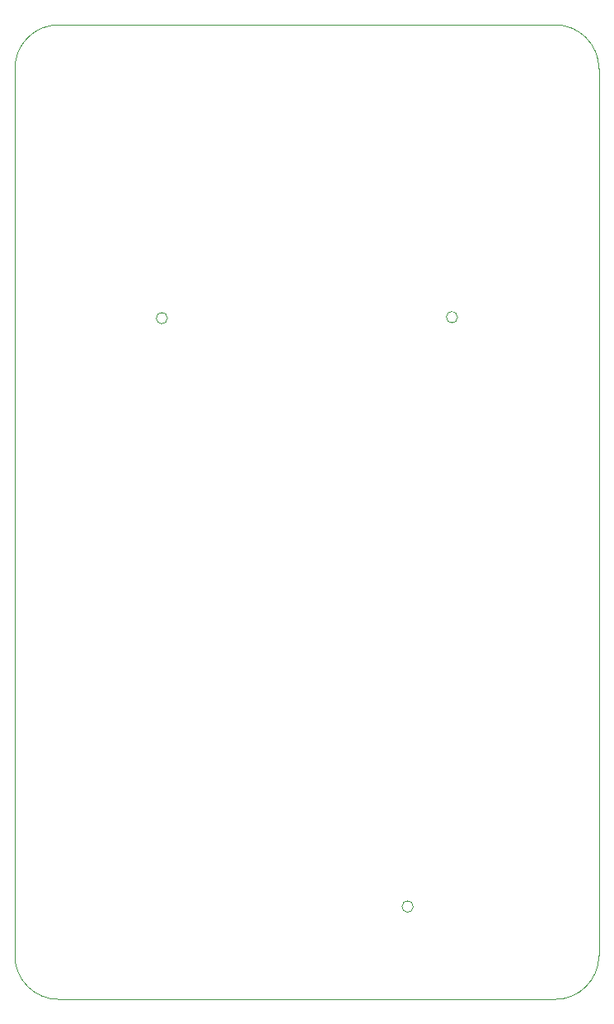
<source format=gbr>
%TF.GenerationSoftware,KiCad,Pcbnew,(5.1.8-0-10_14)*%
%TF.CreationDate,2021-03-24T11:52:58+01:00*%
%TF.ProjectId,KLST_TINY,4b4c5354-5f54-4494-9e59-2e6b69636164,0.1*%
%TF.SameCoordinates,Original*%
%TF.FileFunction,Profile,NP*%
%FSLAX46Y46*%
G04 Gerber Fmt 4.6, Leading zero omitted, Abs format (unit mm)*
G04 Created by KiCad (PCBNEW (5.1.8-0-10_14)) date 2021-03-24 11:52:58*
%MOMM*%
%LPD*%
G01*
G04 APERTURE LIST*
%TA.AperFunction,Profile*%
%ADD10C,0.050000*%
%TD*%
G04 APERTURE END LIST*
D10*
X114676000Y-83100000D02*
G75*
G03*
X114676000Y-83100000I-576000J0D01*
G01*
X144476000Y-83000000D02*
G75*
G03*
X144476000Y-83000000I-576000J0D01*
G01*
X139926000Y-143476000D02*
G75*
G03*
X139926000Y-143476000I-576000J0D01*
G01*
X99000000Y-57500000D02*
G75*
G02*
X103500000Y-53000000I4500000J0D01*
G01*
X103500000Y-153000000D02*
G75*
G02*
X99000000Y-148500000I0J4500000D01*
G01*
X159000000Y-148500000D02*
G75*
G02*
X154500000Y-153000000I-4500000J0D01*
G01*
X154500000Y-53000000D02*
G75*
G02*
X159000000Y-57500000I0J-4500000D01*
G01*
X99000000Y-57500000D02*
X99000000Y-148500000D01*
X103500000Y-53000000D02*
X154500000Y-53000000D01*
X154500000Y-153000000D02*
X103500000Y-153000000D01*
X159000000Y-57500000D02*
X159000000Y-148500000D01*
M02*

</source>
